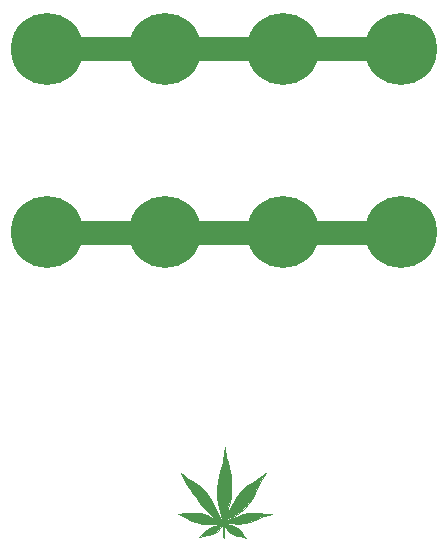
<source format=gbr>
G04 #@! TF.GenerationSoftware,KiCad,Pcbnew,(5.1.5-0)*
G04 #@! TF.CreationDate,2021-01-12T22:51:31-08:00*
G04 #@! TF.ProjectId,squidaxon,73717569-6461-4786-9f6e-2e6b69636164,rev?*
G04 #@! TF.SameCoordinates,Original*
G04 #@! TF.FileFunction,Copper,L1,Top*
G04 #@! TF.FilePolarity,Positive*
%FSLAX46Y46*%
G04 Gerber Fmt 4.6, Leading zero omitted, Abs format (unit mm)*
G04 Created by KiCad (PCBNEW (5.1.5-0)) date 2021-01-12 22:51:31*
%MOMM*%
%LPD*%
G04 APERTURE LIST*
%ADD10C,2.000000*%
%ADD11C,0.100000*%
%ADD12C,6.100000*%
G04 APERTURE END LIST*
D10*
X35200000Y-98800000D02*
X5200000Y-98800000D01*
X35000000Y-83200000D02*
X5000000Y-83200000D01*
D11*
G36*
X16796400Y-119324900D02*
G01*
X17113900Y-119566200D01*
X17679050Y-119883700D01*
X18275950Y-120315500D01*
X18650600Y-120696500D01*
X19050650Y-121261650D01*
X19647550Y-122442750D01*
X19946000Y-123007900D01*
X19958700Y-123020600D01*
X19628500Y-123046000D01*
X19526900Y-122995200D01*
X19171300Y-122747550D01*
X18764900Y-122379250D01*
X18434700Y-122030000D01*
X18079100Y-121598200D01*
X17799700Y-121179100D01*
X17609200Y-120925100D01*
X17355200Y-120467900D01*
X17101200Y-120099600D01*
X16859900Y-119680500D01*
X16580500Y-119121700D01*
X16796400Y-119324900D01*
G37*
X16796400Y-119324900D02*
X17113900Y-119566200D01*
X17679050Y-119883700D01*
X18275950Y-120315500D01*
X18650600Y-120696500D01*
X19050650Y-121261650D01*
X19647550Y-122442750D01*
X19946000Y-123007900D01*
X19958700Y-123020600D01*
X19628500Y-123046000D01*
X19526900Y-122995200D01*
X19171300Y-122747550D01*
X18764900Y-122379250D01*
X18434700Y-122030000D01*
X18079100Y-121598200D01*
X17799700Y-121179100D01*
X17609200Y-120925100D01*
X17355200Y-120467900D01*
X17101200Y-120099600D01*
X16859900Y-119680500D01*
X16580500Y-119121700D01*
X16796400Y-119324900D01*
G36*
X18202925Y-122503075D02*
G01*
X18539475Y-122598325D01*
X18803000Y-122690400D01*
X19501500Y-123096800D01*
X19531980Y-123124740D01*
X19539600Y-123109500D01*
X19539600Y-123122200D01*
X19531980Y-123124740D01*
X19450700Y-123287300D01*
X19844400Y-123427000D01*
X19634850Y-123452400D01*
X19241150Y-123477800D01*
X18764900Y-123477800D01*
X18320400Y-123414300D01*
X17837800Y-123300000D01*
X17444100Y-123185700D01*
X17037700Y-122957100D01*
X16720200Y-122728500D01*
X16313800Y-122601500D01*
X16961500Y-122550700D01*
X17494900Y-122512600D01*
X17958450Y-122506250D01*
X18202925Y-122503075D01*
G37*
X18202925Y-122503075D02*
X18539475Y-122598325D01*
X18803000Y-122690400D01*
X19501500Y-123096800D01*
X19531980Y-123124740D01*
X19539600Y-123109500D01*
X19539600Y-123122200D01*
X19531980Y-123124740D01*
X19450700Y-123287300D01*
X19844400Y-123427000D01*
X19634850Y-123452400D01*
X19241150Y-123477800D01*
X18764900Y-123477800D01*
X18320400Y-123414300D01*
X17837800Y-123300000D01*
X17444100Y-123185700D01*
X17037700Y-122957100D01*
X16720200Y-122728500D01*
X16313800Y-122601500D01*
X16961500Y-122550700D01*
X17494900Y-122512600D01*
X17958450Y-122506250D01*
X18202925Y-122503075D01*
G36*
X20066650Y-123566700D02*
G01*
X19698350Y-123998500D01*
X19260200Y-124271550D01*
X18879200Y-124411250D01*
X18129900Y-124576350D01*
X18612500Y-124049300D01*
X19006200Y-123782600D01*
X19374500Y-123579400D01*
X19844400Y-123503200D01*
X19869800Y-123503200D01*
X20066650Y-123566700D01*
G37*
X20066650Y-123566700D02*
X19698350Y-123998500D01*
X19260200Y-124271550D01*
X18879200Y-124411250D01*
X18129900Y-124576350D01*
X18612500Y-124049300D01*
X19006200Y-123782600D01*
X19374500Y-123579400D01*
X19844400Y-123503200D01*
X19869800Y-123503200D01*
X20066650Y-123566700D01*
G36*
X20200000Y-123084100D02*
G01*
X19988862Y-123277775D01*
X20207937Y-123373025D01*
X20958825Y-123915950D01*
X20777850Y-124011200D01*
X20200000Y-123554000D01*
X20212700Y-124646200D01*
X20098400Y-124506500D01*
X20092050Y-123617500D01*
X20136500Y-123617500D01*
X19755500Y-123401600D01*
X19469750Y-123249200D01*
X19634850Y-122969800D01*
X20200000Y-123084100D01*
G37*
X20200000Y-123084100D02*
X19988862Y-123277775D01*
X20207937Y-123373025D01*
X20958825Y-123915950D01*
X20777850Y-124011200D01*
X20200000Y-123554000D01*
X20212700Y-124646200D01*
X20098400Y-124506500D01*
X20092050Y-123617500D01*
X20136500Y-123617500D01*
X19755500Y-123401600D01*
X19469750Y-123249200D01*
X19634850Y-122969800D01*
X20200000Y-123084100D01*
G36*
X20841350Y-123541300D02*
G01*
X21393800Y-123820700D01*
X21720825Y-124147725D01*
X21855763Y-124377913D01*
X22087538Y-124647788D01*
X21781150Y-124563650D01*
X21527150Y-124487450D01*
X21349350Y-124423950D01*
X20974700Y-124290600D01*
X20615925Y-124096925D01*
X20355575Y-123811175D01*
X20231750Y-123649250D01*
X20295250Y-123687350D01*
X20269850Y-123623850D01*
X20333350Y-123452400D01*
X20841350Y-123541300D01*
G37*
X20841350Y-123541300D02*
X21393800Y-123820700D01*
X21720825Y-124147725D01*
X21855763Y-124377913D01*
X22087538Y-124647788D01*
X21781150Y-124563650D01*
X21527150Y-124487450D01*
X21349350Y-124423950D01*
X20974700Y-124290600D01*
X20615925Y-124096925D01*
X20355575Y-123811175D01*
X20231750Y-123649250D01*
X20295250Y-123687350D01*
X20269850Y-123623850D01*
X20333350Y-123452400D01*
X20841350Y-123541300D01*
G36*
X23273400Y-122538000D02*
G01*
X23705200Y-122563400D01*
X24283207Y-122573943D01*
X23603600Y-122728500D01*
X23171800Y-122919000D01*
X22828900Y-123134900D01*
X22409800Y-123300000D01*
X21876400Y-123388900D01*
X21431900Y-123414300D01*
X20854050Y-123395250D01*
X20276200Y-123376200D01*
X20212700Y-123300000D01*
X20428600Y-123236500D01*
X20435585Y-123185700D01*
X20751815Y-123058700D01*
X21285850Y-122830100D01*
X21838300Y-122626900D01*
X22232000Y-122512600D01*
X22676500Y-122512600D01*
X23273400Y-122538000D01*
G37*
X23273400Y-122538000D02*
X23705200Y-122563400D01*
X24283207Y-122573943D01*
X23603600Y-122728500D01*
X23171800Y-122919000D01*
X22828900Y-123134900D01*
X22409800Y-123300000D01*
X21876400Y-123388900D01*
X21431900Y-123414300D01*
X20854050Y-123395250D01*
X20276200Y-123376200D01*
X20212700Y-123300000D01*
X20428600Y-123236500D01*
X20435585Y-123185700D01*
X20751815Y-123058700D01*
X21285850Y-122830100D01*
X21838300Y-122626900D01*
X22232000Y-122512600D01*
X22676500Y-122512600D01*
X23273400Y-122538000D01*
G36*
X23260700Y-119883700D02*
G01*
X23019400Y-120379000D01*
X22816200Y-120836200D01*
X22555850Y-121356900D01*
X22282800Y-121712500D01*
X21971650Y-122125250D01*
X21501750Y-122518950D01*
X21000100Y-122855500D01*
X19895200Y-123452400D01*
X19920600Y-123122200D01*
X20225400Y-123071400D01*
X20473050Y-122633250D01*
X20688950Y-122169700D01*
X20854050Y-121839500D01*
X21038200Y-121547400D01*
X21203300Y-121229900D01*
X21482700Y-120874300D01*
X21762100Y-120556800D01*
X22092300Y-120264700D01*
X22435200Y-120036100D01*
X22816200Y-119782100D01*
X23209900Y-119515400D01*
X23743300Y-119121700D01*
X23260700Y-119883700D01*
G37*
X23260700Y-119883700D02*
X23019400Y-120379000D01*
X22816200Y-120836200D01*
X22555850Y-121356900D01*
X22282800Y-121712500D01*
X21971650Y-122125250D01*
X21501750Y-122518950D01*
X21000100Y-122855500D01*
X19895200Y-123452400D01*
X19920600Y-123122200D01*
X20225400Y-123071400D01*
X20473050Y-122633250D01*
X20688950Y-122169700D01*
X20854050Y-121839500D01*
X21038200Y-121547400D01*
X21203300Y-121229900D01*
X21482700Y-120874300D01*
X21762100Y-120556800D01*
X22092300Y-120264700D01*
X22435200Y-120036100D01*
X22816200Y-119782100D01*
X23209900Y-119515400D01*
X23743300Y-119121700D01*
X23260700Y-119883700D01*
G36*
X20415900Y-117750100D02*
G01*
X20517500Y-118232700D01*
X20631800Y-118689900D01*
X20714350Y-119020100D01*
X20777850Y-119401100D01*
X20822300Y-119921800D01*
X20822300Y-120455200D01*
X20771500Y-121039400D01*
X20708000Y-121560100D01*
X20565125Y-122055400D01*
X20266675Y-123071400D01*
X20053950Y-123020600D01*
X19819000Y-122106200D01*
X19645962Y-121242600D01*
X19661837Y-120455200D01*
X19714225Y-119794800D01*
X19876150Y-119020100D01*
X20111100Y-118207300D01*
X20238100Y-117432600D01*
X20301600Y-116911900D01*
X20415900Y-117750100D01*
G37*
X20415900Y-117750100D02*
X20517500Y-118232700D01*
X20631800Y-118689900D01*
X20714350Y-119020100D01*
X20777850Y-119401100D01*
X20822300Y-119921800D01*
X20822300Y-120455200D01*
X20771500Y-121039400D01*
X20708000Y-121560100D01*
X20565125Y-122055400D01*
X20266675Y-123071400D01*
X20053950Y-123020600D01*
X19819000Y-122106200D01*
X19645962Y-121242600D01*
X19661837Y-120455200D01*
X19714225Y-119794800D01*
X19876150Y-119020100D01*
X20111100Y-118207300D01*
X20238100Y-117432600D01*
X20301600Y-116911900D01*
X20415900Y-117750100D01*
D12*
X35200000Y-98700000D03*
X5200000Y-83200000D03*
X35200000Y-83200000D03*
X25200000Y-83200000D03*
X15200000Y-83200000D03*
X5200000Y-98700000D03*
X25200000Y-98700000D03*
X15200000Y-98700000D03*
M02*

</source>
